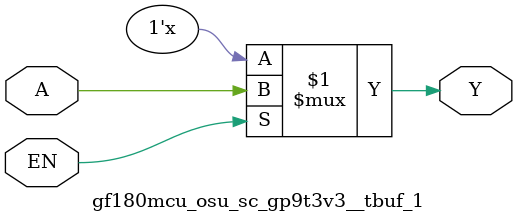
<source format=v>
`timescale 1ns/10ps
`celldefine
module gf180mcu_osu_sc_gp9t3v3__tbuf_1 (Y, A, EN);
	output Y;
	input A, EN;

	// Function
	bufif1 (Y, A, EN);

	// Timing
	specify
		(A => Y) = 0;
		(EN => Y) = 0;
	endspecify
endmodule
`endcelldefine

</source>
